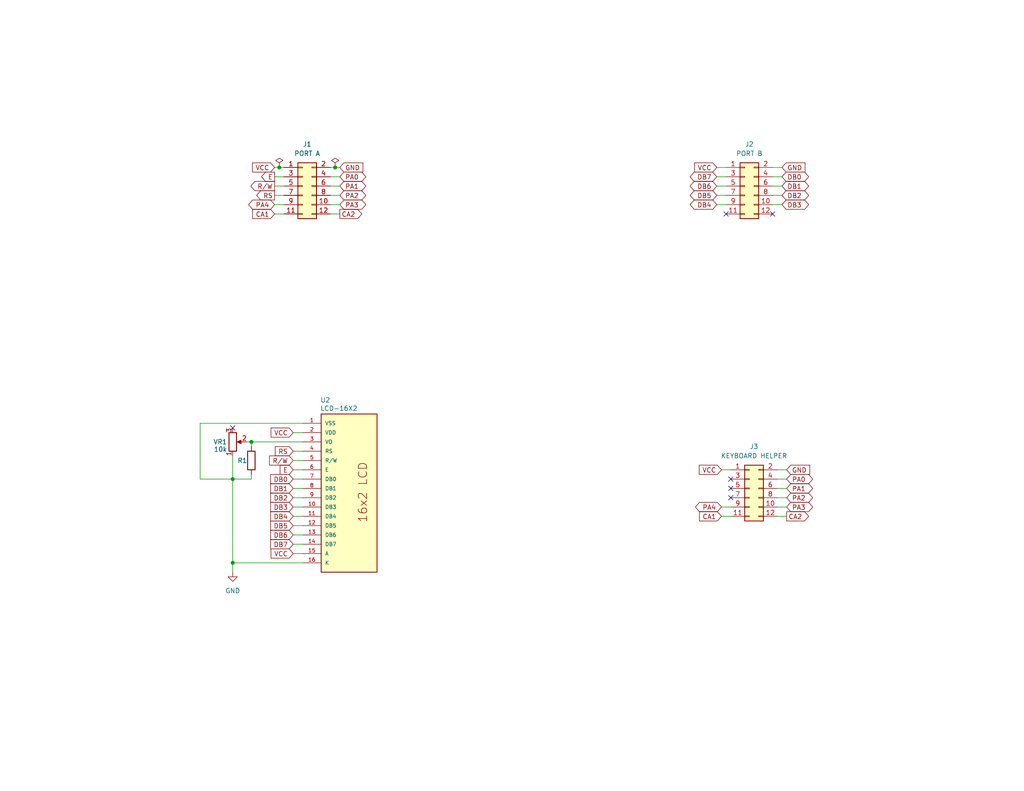
<source format=kicad_sch>
(kicad_sch (version 20250114) (generator "eeschema") (generator_version "9.0")
  (paper "USLetter")
  (title_block (title "6502 Keypad LCD Helper") (date "2024-08-06") (rev "1.0") (company "A.C. Wright Design"))
  (lib_symbols
    (symbol "6502 Parts:LCD-16X2" (pin_names (offset 1.016))
      (property "Reference" "U" (at -7.874 25.654 0))
      (property "Value" "LCD-16X2" (at -7.874 23.622 0))
      (symbol "LCD-16X2_0_0"
        (rectangle (start -7.62 -20.32) (end 7.62 22.86) (stroke (width 0.254)) (fill (type background)))
        (text "16x2 LCD" (at 5.08 -6.858 900) (effects (font (size 2.286 2.286)) (justify left bottom)))
        (pin power_in line (at -12.7 20.32 0) (length 5.08) (name "VSS") (number "1"))
        (pin power_in line (at -12.7 17.78 0) (length 5.08) (name "VDD") (number "2"))
        (pin bidirectional line (at -12.7 15.24 0) (length 5.08) (name "VO") (number "3"))
        (pin input line (at -12.7 12.7 0) (length 5.08) (name "RS") (number "4"))
        (pin input line (at -12.7 10.16 0) (length 5.08) (name "R/W") (number "5"))
        (pin input line (at -12.7 7.62 0) (length 5.08) (name "E") (number "6"))
        (pin bidirectional line (at -12.7 5.08 0) (length 5.08) (name "DB0") (number "7"))
        (pin bidirectional line (at -12.7 2.54 0) (length 5.08) (name "DB1") (number "8"))
        (pin bidirectional line (at -12.7 0 0) (length 5.08) (name "DB2") (number "9"))
        (pin bidirectional line (at -12.7 -2.54 0) (length 5.08) (name "DB3") (number "10"))
        (pin bidirectional line (at -12.7 -5.08 0) (length 5.08) (name "DB4") (number "11"))
        (pin bidirectional line (at -12.7 -7.62 0) (length 5.08) (name "DB5") (number "12"))
        (pin bidirectional line (at -12.7 -10.16 0) (length 5.08) (name "DB6") (number "13"))
        (pin bidirectional line (at -12.7 -12.7 0) (length 5.08) (name "DB7") (number "14"))
        (pin power_in line (at -12.7 -15.24 0) (length 5.08) (name "A") (number "15"))
        (pin power_in line (at -12.7 -17.78 0) (length 5.08) (name "K") (number "16"))
      )
    )
    (symbol "Connector_Generic:Conn_02x06_Odd_Even" (pin_names (offset 1.016) (hide yes))
      (property "Reference" "J" (at 1.27 7.62 0))
      (property "Value" "Conn_02x06_Odd_Even" (at 1.27 -10.16 0))
      (symbol "Conn_02x06_Odd_Even_1_1"
        (rectangle (start -1.27 6.35) (end 3.81 -8.89) (stroke (width 0.254)) (fill (type background)))
        (rectangle (start -1.27 5.207) (end 0 4.953) (stroke (width 0.1524)))
        (rectangle (start -1.27 2.667) (end 0 2.413) (stroke (width 0.1524)))
        (rectangle (start -1.27 0.127) (end 0 -0.127) (stroke (width 0.1524)))
        (rectangle (start -1.27 -2.413) (end 0 -2.667) (stroke (width 0.1524)))
        (rectangle (start -1.27 -4.953) (end 0 -5.207) (stroke (width 0.1524)))
        (rectangle (start -1.27 -7.493) (end 0 -7.747) (stroke (width 0.1524)))
        (rectangle (start 3.81 5.207) (end 2.54 4.953) (stroke (width 0.1524)))
        (rectangle (start 3.81 2.667) (end 2.54 2.413) (stroke (width 0.1524)))
        (rectangle (start 3.81 0.127) (end 2.54 -0.127) (stroke (width 0.1524)))
        (rectangle (start 3.81 -2.413) (end 2.54 -2.667) (stroke (width 0.1524)))
        (rectangle (start 3.81 -4.953) (end 2.54 -5.207) (stroke (width 0.1524)))
        (rectangle (start 3.81 -7.493) (end 2.54 -7.747) (stroke (width 0.1524)))
        (pin passive line (at -5.08 5.08 0) (length 3.81) (name "Pin_1") (number "1"))
        (pin passive line (at -5.08 2.54 0) (length 3.81) (name "Pin_3") (number "3"))
        (pin passive line (at -5.08 0 0) (length 3.81) (name "Pin_5") (number "5"))
        (pin passive line (at -5.08 -2.54 0) (length 3.81) (name "Pin_7") (number "7"))
        (pin passive line (at -5.08 -5.08 0) (length 3.81) (name "Pin_9") (number "9"))
        (pin passive line (at -5.08 -7.62 0) (length 3.81) (name "Pin_11") (number "11"))
        (pin passive line (at 7.62 5.08 180) (length 3.81) (name "Pin_2") (number "2"))
        (pin passive line (at 7.62 2.54 180) (length 3.81) (name "Pin_4") (number "4"))
        (pin passive line (at 7.62 0 180) (length 3.81) (name "Pin_6") (number "6"))
        (pin passive line (at 7.62 -2.54 180) (length 3.81) (name "Pin_8") (number "8"))
        (pin passive line (at 7.62 -5.08 180) (length 3.81) (name "Pin_10") (number "10"))
        (pin passive line (at 7.62 -7.62 180) (length 3.81) (name "Pin_12") (number "12"))
      )
    )
    (symbol "Device:R" (pin_numbers (hide yes)) (pin_names (offset 0))
      (property "Reference" "R" (at 2.032 0 90))
      (property "Value" "R" (at 0 0 90))
      (symbol "R_0_1"
        (rectangle (start -1.016 -2.54) (end 1.016 2.54) (stroke (width 0.254)))
      )
      (symbol "R_1_1"
        (pin passive line (at 0 3.81 270) (length 1.27) (name "~") (number "1"))
        (pin passive line (at 0 -3.81 90) (length 1.27) (name "~") (number "2"))
      )
    )
    (symbol "Device:R_Potentiometer" (pin_names (offset 1.016) (hide yes))
      (property "Reference" "RV" (at -4.445 0 90))
      (property "Value" "R_Potentiometer" (at -2.54 0 90))
      (symbol "R_Potentiometer_0_1"
        (rectangle (start 1.016 2.54) (end -1.016 -2.54) (stroke (width 0.254)))
        (polyline (pts (xy 1.143 0) (xy 2.286 0.508) (xy 2.286 -0.508) (xy 1.143 0)) (fill (type outline)))
        (polyline (pts (xy 2.54 0) (xy 1.524 0)))
      )
      (symbol "R_Potentiometer_1_1"
        (pin passive line (at 0 3.81 270) (length 1.27) (name "1") (number "1"))
        (pin passive line (at 0 -3.81 90) (length 1.27) (name "3") (number "3"))
        (pin passive line (at 3.81 0 180) (length 1.27) (name "2") (number "2"))
      )
    )
    (symbol "power:GND" (power) (pin_numbers (hide yes)) (pin_names (offset 0) (hide yes))
      (property "Value" "GND" (at 0 -3.81 0))
      (symbol "GND_0_1"
        (polyline (pts (xy 0 0) (xy 0 -1.27) (xy 1.27 -1.27) (xy 0 -2.54) (xy -1.27 -1.27) (xy 0 -1.27)))
      )
      (symbol "GND_1_1"
        (pin power_in line (at 0 0 270) (length 0) (name "~") (number "1"))
      )
    )
    (symbol "power:PWR_FLAG" (power) (pin_numbers (hide yes)) (pin_names (offset 0) (hide yes))
      (property "Value" "PWR_FLAG" (at 0 3.81 0))
      (symbol "PWR_FLAG_0_0"
        (pin power_out line (at 0 0 90) (length 0) (name "~") (number "1"))
      )
      (symbol "PWR_FLAG_0_1"
        (polyline (pts (xy 0 0) (xy 0 1.27) (xy -1.016 1.905) (xy 0 2.54) (xy 1.016 1.905) (xy 0 1.27)))
      )
    )
  )
  (junction (at 68.58 120.65))
  (junction (at 91.44 45.72))
  (junction (at 63.5 130.81))
  (junction (at 63.5 153.67))
  (junction (at 76.2 45.72))
  (no_connect (at 199.39 135.89))
  (no_connect (at 199.39 130.81))
  (no_connect (at 198.12 58.42))
  (no_connect (at 199.39 133.35))
  (no_connect (at 210.82 58.42))
  (no_connect (at 63.5 116.84))
  (wire (pts (xy 54.61 130.81) (xy 63.5 130.81)))
  (wire (pts (xy 195.58 45.72) (xy 198.12 45.72)))
  (wire (pts (xy 74.93 50.8) (xy 77.47 50.8)))
  (wire (pts (xy 212.09 140.97) (xy 214.63 140.97)))
  (wire (pts (xy 68.58 129.54) (xy 68.58 130.81)))
  (wire (pts (xy 80.01 138.43) (xy 82.55 138.43)))
  (wire (pts (xy 90.17 55.88) (xy 92.71 55.88)))
  (wire (pts (xy 80.01 148.59) (xy 82.55 148.59)))
  (wire (pts (xy 212.09 130.81) (xy 214.63 130.81)))
  (wire (pts (xy 74.93 58.42) (xy 77.47 58.42)))
  (wire (pts (xy 76.2 45.72) (xy 77.47 45.72)))
  (wire (pts (xy 212.09 138.43) (xy 214.63 138.43)))
  (wire (pts (xy 195.58 50.8) (xy 198.12 50.8)))
  (wire (pts (xy 90.17 45.72) (xy 91.44 45.72)))
  (wire (pts (xy 90.17 58.42) (xy 92.71 58.42)))
  (wire (pts (xy 196.85 128.27) (xy 199.39 128.27)))
  (wire (pts (xy 80.01 146.05) (xy 82.55 146.05)))
  (wire (pts (xy 80.01 135.89) (xy 82.55 135.89)))
  (wire (pts (xy 80.01 118.11) (xy 82.55 118.11)))
  (wire (pts (xy 80.01 143.51) (xy 82.55 143.51)))
  (wire (pts (xy 68.58 121.92) (xy 68.58 120.65)))
  (wire (pts (xy 196.85 138.43) (xy 199.39 138.43)))
  (wire (pts (xy 63.5 130.81) (xy 63.5 153.67)))
  (wire (pts (xy 212.09 133.35) (xy 214.63 133.35)))
  (wire (pts (xy 90.17 48.26) (xy 92.71 48.26)))
  (wire (pts (xy 196.85 140.97) (xy 199.39 140.97)))
  (wire (pts (xy 90.17 53.34) (xy 92.71 53.34)))
  (wire (pts (xy 68.58 130.81) (xy 63.5 130.81)))
  (wire (pts (xy 210.82 50.8) (xy 213.36 50.8)))
  (wire (pts (xy 80.01 125.73) (xy 82.55 125.73)))
  (wire (pts (xy 67.31 120.65) (xy 68.58 120.65)))
  (wire (pts (xy 74.93 45.72) (xy 76.2 45.72)))
  (wire (pts (xy 80.01 128.27) (xy 82.55 128.27)))
  (wire (pts (xy 80.01 151.13) (xy 82.55 151.13)))
  (wire (pts (xy 212.09 128.27) (xy 214.63 128.27)))
  (wire (pts (xy 195.58 48.26) (xy 198.12 48.26)))
  (wire (pts (xy 80.01 130.81) (xy 82.55 130.81)))
  (wire (pts (xy 82.55 153.67) (xy 63.5 153.67)))
  (wire (pts (xy 80.01 133.35) (xy 82.55 133.35)))
  (wire (pts (xy 195.58 53.34) (xy 198.12 53.34)))
  (wire (pts (xy 210.82 48.26) (xy 213.36 48.26)))
  (wire (pts (xy 210.82 45.72) (xy 213.36 45.72)))
  (wire (pts (xy 68.58 120.65) (xy 82.55 120.65)))
  (wire (pts (xy 74.93 55.88) (xy 77.47 55.88)))
  (wire (pts (xy 91.44 45.72) (xy 92.71 45.72)))
  (wire (pts (xy 54.61 115.57) (xy 82.55 115.57)))
  (wire (pts (xy 63.5 153.67) (xy 63.5 156.21)))
  (wire (pts (xy 80.01 140.97) (xy 82.55 140.97)))
  (wire (pts (xy 63.5 124.46) (xy 63.5 130.81)))
  (wire (pts (xy 210.82 55.88) (xy 213.36 55.88)))
  (wire (pts (xy 54.61 115.57) (xy 54.61 130.81)))
  (wire (pts (xy 90.17 50.8) (xy 92.71 50.8)))
  (wire (pts (xy 74.93 53.34) (xy 77.47 53.34)))
  (wire (pts (xy 74.93 48.26) (xy 77.47 48.26)))
  (wire (pts (xy 210.82 53.34) (xy 213.36 53.34)))
  (wire (pts (xy 212.09 135.89) (xy 214.63 135.89)))
  (wire (pts (xy 80.01 123.19) (xy 82.55 123.19)))
  (wire (pts (xy 195.58 55.88) (xy 198.12 55.88)))
  (global_label "DB0" (shape input) (at 80.01 130.81 180) (property "Intersheetrefs" "${INTERSHEET_REFS}" (effects (hide yes))))
  (global_label "GND" (shape input) (at 213.36 45.72 0) (property "Intersheetrefs" "${INTERSHEET_REFS}" (effects (hide yes))))
  (global_label "CA2" (shape output) (at 92.71 58.42 0) (property "Intersheetrefs" "${INTERSHEET_REFS}" (effects (hide yes))))
  (global_label "DB1" (shape bidirectional) (at 213.36 50.8 0) (property "Intersheetrefs" "${INTERSHEET_REFS}" (effects (hide yes))))
  (global_label "VCC" (shape input) (at 80.01 151.13 180) (property "Intersheetrefs" "${INTERSHEET_REFS}" (effects (hide yes))))
  (global_label "DB1" (shape input) (at 80.01 133.35 180) (property "Intersheetrefs" "${INTERSHEET_REFS}" (effects (hide yes))))
  (global_label "GND" (shape input) (at 214.63 128.27 0) (property "Intersheetrefs" "${INTERSHEET_REFS}" (effects (hide yes))))
  (global_label "CA2" (shape output) (at 214.63 140.97 0) (property "Intersheetrefs" "${INTERSHEET_REFS}" (effects (hide yes))))
  (global_label "PA1" (shape bidirectional) (at 214.63 133.35 0) (property "Intersheetrefs" "${INTERSHEET_REFS}" (effects (hide yes))))
  (global_label "DB6" (shape bidirectional) (at 195.58 50.8 180) (property "Intersheetrefs" "${INTERSHEET_REFS}" (effects (hide yes))))
  (global_label "E" (shape output) (at 74.93 48.26 180) (property "Intersheetrefs" "${INTERSHEET_REFS}" (effects (hide yes))))
  (global_label "PA4" (shape bidirectional) (at 74.93 55.88 180) (property "Intersheetrefs" "${INTERSHEET_REFS}" (effects (hide yes))))
  (global_label "DB6" (shape input) (at 80.01 146.05 180) (property "Intersheetrefs" "${INTERSHEET_REFS}" (effects (hide yes))))
  (global_label "PA3" (shape bidirectional) (at 214.63 138.43 0) (property "Intersheetrefs" "${INTERSHEET_REFS}" (effects (hide yes))))
  (global_label "R{slash}W" (shape input) (at 80.01 125.73 180) (property "Intersheetrefs" "${INTERSHEET_REFS}" (effects (hide yes))))
  (global_label "PA0" (shape bidirectional) (at 92.71 48.26 0) (property "Intersheetrefs" "${INTERSHEET_REFS}" (effects (hide yes))))
  (global_label "RS" (shape input) (at 80.01 123.19 180) (property "Intersheetrefs" "${INTERSHEET_REFS}" (effects (hide yes))))
  (global_label "VCC" (shape input) (at 74.93 45.72 180) (property "Intersheetrefs" "${INTERSHEET_REFS}" (effects (hide yes))))
  (global_label "CA1" (shape input) (at 196.85 140.97 180) (property "Intersheetrefs" "${INTERSHEET_REFS}" (effects (hide yes))))
  (global_label "DB7" (shape input) (at 80.01 148.59 180) (property "Intersheetrefs" "${INTERSHEET_REFS}" (effects (hide yes))))
  (global_label "R{slash}W" (shape output) (at 74.93 50.8 180) (property "Intersheetrefs" "${INTERSHEET_REFS}" (effects (hide yes))))
  (global_label "PA4" (shape bidirectional) (at 196.85 138.43 180) (property "Intersheetrefs" "${INTERSHEET_REFS}" (effects (hide yes))))
  (global_label "PA1" (shape bidirectional) (at 92.71 50.8 0) (property "Intersheetrefs" "${INTERSHEET_REFS}" (effects (hide yes))))
  (global_label "PA2" (shape bidirectional) (at 214.63 135.89 0) (property "Intersheetrefs" "${INTERSHEET_REFS}" (effects (hide yes))))
  (global_label "DB4" (shape input) (at 80.01 140.97 180) (property "Intersheetrefs" "${INTERSHEET_REFS}" (effects (hide yes))))
  (global_label "CA1" (shape input) (at 74.93 58.42 180) (property "Intersheetrefs" "${INTERSHEET_REFS}" (effects (hide yes))))
  (global_label "DB4" (shape bidirectional) (at 195.58 55.88 180) (property "Intersheetrefs" "${INTERSHEET_REFS}" (effects (hide yes))))
  (global_label "DB2" (shape input) (at 80.01 135.89 180) (property "Intersheetrefs" "${INTERSHEET_REFS}" (effects (hide yes))))
  (global_label "DB0" (shape bidirectional) (at 213.36 48.26 0) (property "Intersheetrefs" "${INTERSHEET_REFS}" (effects (hide yes))))
  (global_label "DB3" (shape input) (at 80.01 138.43 180) (property "Intersheetrefs" "${INTERSHEET_REFS}" (effects (hide yes))))
  (global_label "DB5" (shape bidirectional) (at 195.58 53.34 180) (property "Intersheetrefs" "${INTERSHEET_REFS}" (effects (hide yes))))
  (global_label "DB7" (shape bidirectional) (at 195.58 48.26 180) (property "Intersheetrefs" "${INTERSHEET_REFS}" (effects (hide yes))))
  (global_label "DB2" (shape bidirectional) (at 213.36 53.34 0) (property "Intersheetrefs" "${INTERSHEET_REFS}" (effects (hide yes))))
  (global_label "VCC" (shape input) (at 195.58 45.72 180) (property "Intersheetrefs" "${INTERSHEET_REFS}" (effects (hide yes))))
  (global_label "GND" (shape input) (at 92.71 45.72 0) (property "Intersheetrefs" "${INTERSHEET_REFS}" (effects (hide yes))))
  (global_label "DB5" (shape input) (at 80.01 143.51 180) (property "Intersheetrefs" "${INTERSHEET_REFS}" (effects (hide yes))))
  (global_label "PA0" (shape bidirectional) (at 214.63 130.81 0) (property "Intersheetrefs" "${INTERSHEET_REFS}" (effects (hide yes))))
  (global_label "PA2" (shape bidirectional) (at 92.71 53.34 0) (property "Intersheetrefs" "${INTERSHEET_REFS}" (effects (hide yes))))
  (global_label "VCC" (shape input) (at 196.85 128.27 180) (property "Intersheetrefs" "${INTERSHEET_REFS}" (effects (hide yes))))
  (global_label "RS" (shape output) (at 74.93 53.34 180) (property "Intersheetrefs" "${INTERSHEET_REFS}" (effects (hide yes))))
  (global_label "VCC" (shape input) (at 80.01 118.11 180) (property "Intersheetrefs" "${INTERSHEET_REFS}" (effects (hide yes))))
  (global_label "E" (shape input) (at 80.01 128.27 180) (property "Intersheetrefs" "${INTERSHEET_REFS}" (effects (hide yes))))
  (global_label "PA3" (shape bidirectional) (at 92.71 55.88 0) (property "Intersheetrefs" "${INTERSHEET_REFS}" (effects (hide yes))))
  (global_label "DB3" (shape bidirectional) (at 213.36 55.88 0) (property "Intersheetrefs" "${INTERSHEET_REFS}" (effects (hide yes))))
  (symbol (lib_id "Connector_Generic:Conn_02x06_Odd_Even") (at 204.47 133.35 0) (unit 1)
    (property "Reference" "J3" (at 205.74 121.92 0))
    (property "Value" "KEYBOARD HELPER" (at 205.74 124.46 0))
    (property "Footprint" "6502 Parts:6502 GPIO Connector" (effects (hide yes)))
    (property "Description" "Generic connector, double row, 02x06, odd/even pin numbering scheme (row 1 odd numbers, row 2 even numbers), script generated (kicad-library-utils/schlib/autogen/connector/)" (effects (hide yes)))
  )
  (symbol (lib_id "Device:R") (at 68.58 125.73 0) (unit 1) (in_bom no)
    (property "Reference" "R1" (at 64.77 125.73 0) (effects (justify left)))
    (property "Value" "R" (effects (hide yes)))
    (property "Footprint" "Resistor_THT:R_Axial_DIN0204_L3.6mm_D1.6mm_P5.08mm_Horizontal" (effects (hide yes)))
    (property "Description" "Resistor" (effects (hide yes)))
  )
  (symbol (lib_id "power:PWR_FLAG") (at 76.2 45.72 0) (unit 1)
    (property "Reference" "#FLG01" (effects (hide yes)))
    (property "Value" "PWR_FLAG" (effects (hide yes)))
    (property "Description" "Special symbol for telling ERC where power comes from" (effects (hide yes)))
  )
  (symbol (lib_id "Connector_Generic:Conn_02x06_Odd_Even") (at 203.2 50.8 0) (unit 1)
    (property "Reference" "J2" (at 204.47 39.37 0))
    (property "Value" "PORT B" (at 204.47 41.91 0))
    (property "Footprint" "6502 Parts:6502 GPIO Connector" (effects (hide yes)))
    (property "Description" "Generic connector, double row, 02x06, odd/even pin numbering scheme (row 1 odd numbers, row 2 even numbers), script generated (kicad-library-utils/schlib/autogen/connector/)" (effects (hide yes)))
  )
  (symbol (lib_id "power:GND") (at 63.5 156.21 0) (unit 1)
    (property "Reference" "#PWR02" (effects (hide yes)))
    (property "Value" "GND" (at 63.5 161.29 0))
    (property "Description" "Power symbol creates a global label with name \"GND\" , ground" (effects (hide yes)))
  )
  (symbol (lib_id "Connector_Generic:Conn_02x06_Odd_Even") (at 82.55 50.8 0) (unit 1)
    (property "Reference" "J1" (at 83.82 39.37 0))
    (property "Value" "PORT A" (at 83.82 41.91 0))
    (property "Footprint" "6502 Parts:6502 GPIO Connector" (effects (hide yes)))
    (property "Description" "Generic connector, double row, 02x06, odd/even pin numbering scheme (row 1 odd numbers, row 2 even numbers), script generated (kicad-library-utils/schlib/autogen/connector/)" (effects (hide yes)))
  )
  (symbol (lib_id "Device:R_Potentiometer") (at 63.5 120.65 0) (mirror x) (unit 1) (in_bom no)
    (property "Reference" "VR1" (at 61.976 120.65 0) (effects (justify right)))
    (property "Value" "10k" (at 61.976 122.682 0) (effects (justify right)))
    (property "Footprint" "6502 Parts:3386F-1-103LF" (effects (hide yes)))
    (property "Description" "Potentiometer" (effects (hide yes)))
  )
  (symbol (lib_id "power:PWR_FLAG") (at 91.44 45.72 0) (unit 1)
    (property "Reference" "#FLG02" (effects (hide yes)))
    (property "Value" "PWR_FLAG" (effects (hide yes)))
    (property "Description" "Special symbol for telling ERC where power comes from" (effects (hide yes)))
  )
  (symbol (lib_id "6502 Parts:LCD-16X2") (at 95.25 135.89 0) (unit 1) (in_bom no)
    (property "Reference" "U2" (at 87.376 109.22 0) (effects (justify left)))
    (property "Value" "LCD-16X2" (at 87.376 111.506 0) (effects (justify left)))
    (property "Footprint" "6502 Parts:LCD-16X2" (effects (hide yes)))
    (property "MF" "Gravitech" (effects (hide yes)))
    (property "MAXIMUM_PACKAGE_HEIGHT" "14 mm" (effects (hide yes)))
    (property "Package" "None" (effects (hide yes)))
    (property "Price" "None" (effects (hide yes)))
    (property "Check_prices" "https://www.snapeda.com/parts/LCD-16X2/Gravitech/view-part/?ref=eda" (effects (hide yes)))
    (property "STANDARD" "Manufacturer Recommendations" (effects (hide yes)))
    (property "PARTREV" "N/A" (effects (hide yes)))
    (property "SnapEDA_Link" "https://www.snapeda.com/parts/LCD-16X2/Gravitech/view-part/?ref=snap" (effects (hide yes)))
    (property "MP" "LCD-16X2" (effects (hide yes)))
    (property "Description_1" "\nDisplay Development Tools 16x2 Black on Green Char LCD w Backlight\n" (effects (hide yes)))
    (property "Availability" "Not in stock" (effects (hide yes)))
    (property "MANUFACTURER" "Gravitech" (effects (hide yes)))
  )
)
</source>
